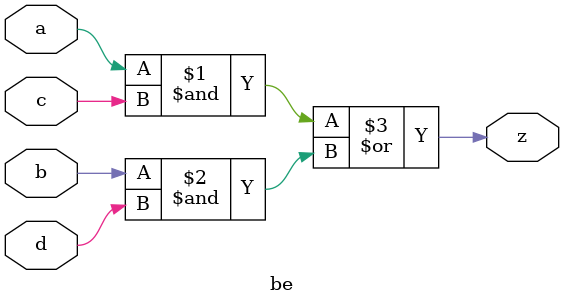
<source format=v>

module be(
  input a, b, c, d,
  output z
);
  assign z = a & c | b & d;   // z = ab + cd
endmodule
</source>
